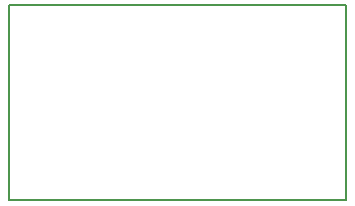
<source format=gbr>
G04 #@! TF.FileFunction,Profile,NP*
%FSLAX45Y45*%
G04 Gerber Fmt 4.5, Leading zero omitted, Abs format (unit mm)*
G04 Created by KiCad (PCBNEW 4.0.7) date 02/07/18 19:58:28*
%MOMM*%
%LPD*%
G01*
G04 APERTURE LIST*
%ADD10C,0.100000*%
%ADD11C,0.150000*%
G04 APERTURE END LIST*
D10*
D11*
X16750000Y-9750000D02*
X13900000Y-9750000D01*
X16750000Y-11400000D02*
X16750000Y-9750000D01*
X13900000Y-11400000D02*
X16750000Y-11400000D01*
X13900000Y-9750000D02*
X13900000Y-11400000D01*
M02*

</source>
